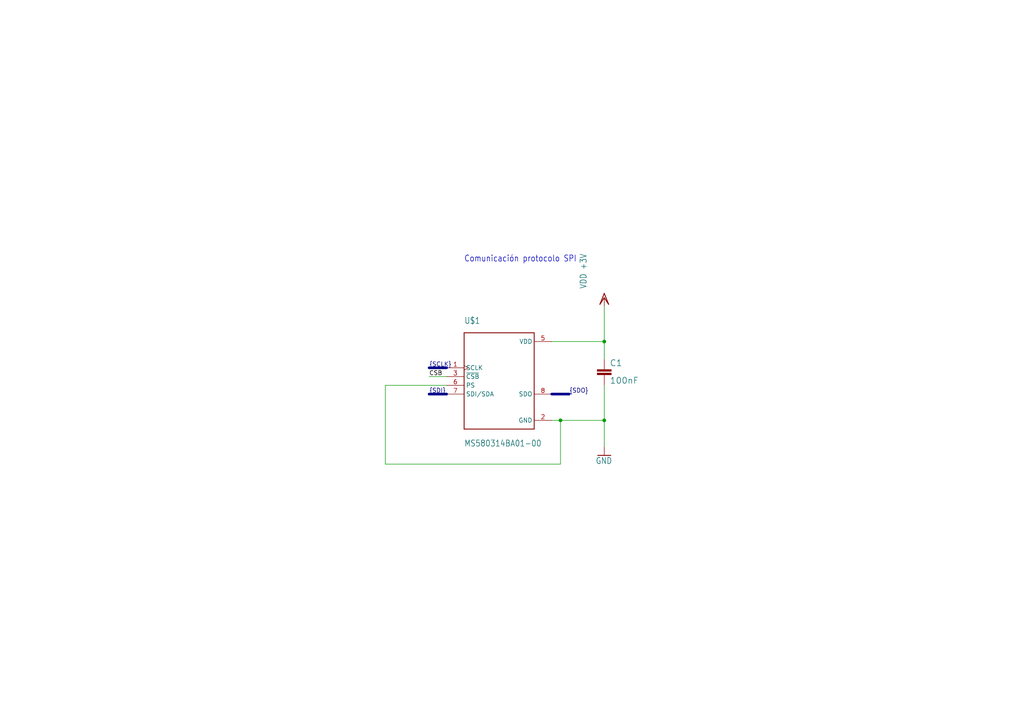
<source format=kicad_sch>
(kicad_sch
	(version 20231120)
	(generator "eeschema")
	(generator_version "8.0")
	(uuid "f3f165f0-c3fb-494c-9b02-3a802afee15f")
	(paper "A4")
	(lib_symbols
		(symbol "MS5803-01BA-eagle-import:1.0NF/1000PF-1206-2KV-10%"
			(exclude_from_sim no)
			(in_bom yes)
			(on_board yes)
			(property "Reference" "C"
				(at 1.524 2.921 0)
				(effects
					(font
						(size 1.778 1.778)
					)
					(justify left bottom)
				)
			)
			(property "Value" ""
				(at 1.524 -2.159 0)
				(effects
					(font
						(size 1.778 1.778)
					)
					(justify left bottom)
				)
			)
			(property "Footprint" "MS5803-01BA:1206"
				(at 0 0 0)
				(effects
					(font
						(size 1.27 1.27)
					)
					(hide yes)
				)
			)
			(property "Datasheet" ""
				(at 0 0 0)
				(effects
					(font
						(size 1.27 1.27)
					)
					(hide yes)
				)
			)
			(property "Description" "1nF/1,000pF ceramic capacitors\n\nA capacitor is a passive two-terminal electrical component used to store electrical energy temporarily in an electric field."
				(at 0 0 0)
				(effects
					(font
						(size 1.27 1.27)
					)
					(hide yes)
				)
			)
			(property "ki_locked" ""
				(at 0 0 0)
				(effects
					(font
						(size 1.27 1.27)
					)
				)
			)
			(symbol "1.0NF/1000PF-1206-2KV-10%_1_0"
				(rectangle
					(start -2.032 0.508)
					(end 2.032 1.016)
					(stroke
						(width 0)
						(type default)
					)
					(fill
						(type outline)
					)
				)
				(rectangle
					(start -2.032 1.524)
					(end 2.032 2.032)
					(stroke
						(width 0)
						(type default)
					)
					(fill
						(type outline)
					)
				)
				(polyline
					(pts
						(xy 0 0) (xy 0 0.508)
					)
					(stroke
						(width 0.1524)
						(type solid)
					)
					(fill
						(type none)
					)
				)
				(polyline
					(pts
						(xy 0 2.54) (xy 0 2.032)
					)
					(stroke
						(width 0.1524)
						(type solid)
					)
					(fill
						(type none)
					)
				)
				(pin passive line
					(at 0 5.08 270)
					(length 2.54)
					(name "1"
						(effects
							(font
								(size 0 0)
							)
						)
					)
					(number "1"
						(effects
							(font
								(size 0 0)
							)
						)
					)
				)
				(pin passive line
					(at 0 -2.54 90)
					(length 2.54)
					(name "2"
						(effects
							(font
								(size 0 0)
							)
						)
					)
					(number "2"
						(effects
							(font
								(size 0 0)
							)
						)
					)
				)
			)
		)
		(symbol "MS5803-01BA-eagle-import:GND"
			(power)
			(exclude_from_sim no)
			(in_bom yes)
			(on_board yes)
			(property "Reference" "#GND"
				(at 0 0 0)
				(effects
					(font
						(size 1.27 1.27)
					)
					(hide yes)
				)
			)
			(property "Value" ""
				(at -2.54 -2.54 0)
				(effects
					(font
						(size 1.778 1.5113)
					)
					(justify left bottom)
				)
			)
			(property "Footprint" ""
				(at 0 0 0)
				(effects
					(font
						(size 1.27 1.27)
					)
					(hide yes)
				)
			)
			(property "Datasheet" ""
				(at 0 0 0)
				(effects
					(font
						(size 1.27 1.27)
					)
					(hide yes)
				)
			)
			(property "Description" "SUPPLY SYMBOL"
				(at 0 0 0)
				(effects
					(font
						(size 1.27 1.27)
					)
					(hide yes)
				)
			)
			(property "ki_locked" ""
				(at 0 0 0)
				(effects
					(font
						(size 1.27 1.27)
					)
				)
			)
			(symbol "GND_1_0"
				(polyline
					(pts
						(xy -1.905 0) (xy 1.905 0)
					)
					(stroke
						(width 0.254)
						(type solid)
					)
					(fill
						(type none)
					)
				)
				(pin power_in line
					(at 0 2.54 270)
					(length 2.54)
					(name "GND"
						(effects
							(font
								(size 0 0)
							)
						)
					)
					(number "1"
						(effects
							(font
								(size 0 0)
							)
						)
					)
				)
			)
		)
		(symbol "MS5803-01BA-eagle-import:MS580314BA01-00"
			(exclude_from_sim no)
			(in_bom yes)
			(on_board yes)
			(property "Reference" ""
				(at -10.1618 15.2427 0)
				(effects
					(font
						(size 1.7783 1.5115)
					)
					(justify left bottom)
					(hide yes)
				)
			)
			(property "Value" ""
				(at -10.1651 -20.3303 0)
				(effects
					(font
						(size 1.7789 1.512)
					)
					(justify left bottom)
				)
			)
			(property "Footprint" "MS5803-01BA:XDCR_MS580314BA01-00"
				(at 0 0 0)
				(effects
					(font
						(size 1.27 1.27)
					)
					(hide yes)
				)
			)
			(property "Datasheet" ""
				(at 0 0 0)
				(effects
					(font
						(size 1.27 1.27)
					)
					(hide yes)
				)
			)
			(property "Description" "MINIATURE ALTIMETER MODULE https://pricing.snapeda.com/parts/MS580314BA01-00/Measurement%20Specialties/view-part?ref=eda Check availability"
				(at 0 0 0)
				(effects
					(font
						(size 1.27 1.27)
					)
					(hide yes)
				)
			)
			(property "ki_locked" ""
				(at 0 0 0)
				(effects
					(font
						(size 1.27 1.27)
					)
				)
			)
			(symbol "MS580314BA01-00_1_0"
				(polyline
					(pts
						(xy -10.16 -15.24) (xy -10.16 12.7)
					)
					(stroke
						(width 0.254)
						(type solid)
					)
					(fill
						(type none)
					)
				)
				(polyline
					(pts
						(xy -10.16 12.7) (xy 10.16 12.7)
					)
					(stroke
						(width 0.254)
						(type solid)
					)
					(fill
						(type none)
					)
				)
				(polyline
					(pts
						(xy 10.16 -15.24) (xy -10.16 -15.24)
					)
					(stroke
						(width 0.254)
						(type solid)
					)
					(fill
						(type none)
					)
				)
				(polyline
					(pts
						(xy 10.16 12.7) (xy 10.16 -15.24)
					)
					(stroke
						(width 0.254)
						(type solid)
					)
					(fill
						(type none)
					)
				)
				(pin input clock
					(at -15.24 2.54 0)
					(length 5.08)
					(name "SCLK"
						(effects
							(font
								(size 1.27 1.27)
							)
						)
					)
					(number "1"
						(effects
							(font
								(size 1.27 1.27)
							)
						)
					)
				)
				(pin passive line
					(at 15.24 -12.7 180)
					(length 5.08)
					(name "GND"
						(effects
							(font
								(size 1.27 1.27)
							)
						)
					)
					(number "2"
						(effects
							(font
								(size 1.27 1.27)
							)
						)
					)
				)
				(pin input line
					(at -15.24 0 0)
					(length 5.08)
					(name "~{CSB}"
						(effects
							(font
								(size 1.27 1.27)
							)
						)
					)
					(number "3"
						(effects
							(font
								(size 1.27 1.27)
							)
						)
					)
				)
				(pin power_in line
					(at 15.24 10.16 180)
					(length 5.08)
					(name "VDD"
						(effects
							(font
								(size 1.27 1.27)
							)
						)
					)
					(number "5"
						(effects
							(font
								(size 1.27 1.27)
							)
						)
					)
				)
				(pin input line
					(at -15.24 -2.54 0)
					(length 5.08)
					(name "PS"
						(effects
							(font
								(size 1.27 1.27)
							)
						)
					)
					(number "6"
						(effects
							(font
								(size 1.27 1.27)
							)
						)
					)
				)
				(pin input line
					(at -15.24 -5.08 0)
					(length 5.08)
					(name "SDI/SDA"
						(effects
							(font
								(size 1.27 1.27)
							)
						)
					)
					(number "7"
						(effects
							(font
								(size 1.27 1.27)
							)
						)
					)
				)
				(pin output line
					(at 15.24 -5.08 180)
					(length 5.08)
					(name "SDO"
						(effects
							(font
								(size 1.27 1.27)
							)
						)
					)
					(number "8"
						(effects
							(font
								(size 1.27 1.27)
							)
						)
					)
				)
			)
		)
		(symbol "MS5803-01BA-eagle-import:VDD"
			(power)
			(exclude_from_sim no)
			(in_bom yes)
			(on_board yes)
			(property "Reference" "#VDD"
				(at 0 0 0)
				(effects
					(font
						(size 1.27 1.27)
					)
					(hide yes)
				)
			)
			(property "Value" ""
				(at -2.54 -2.54 90)
				(effects
					(font
						(size 1.778 1.5113)
					)
					(justify left bottom)
				)
			)
			(property "Footprint" ""
				(at 0 0 0)
				(effects
					(font
						(size 1.27 1.27)
					)
					(hide yes)
				)
			)
			(property "Datasheet" ""
				(at 0 0 0)
				(effects
					(font
						(size 1.27 1.27)
					)
					(hide yes)
				)
			)
			(property "Description" "SUPPLY SYMBOL"
				(at 0 0 0)
				(effects
					(font
						(size 1.27 1.27)
					)
					(hide yes)
				)
			)
			(property "ki_locked" ""
				(at 0 0 0)
				(effects
					(font
						(size 1.27 1.27)
					)
				)
			)
			(symbol "VDD_1_0"
				(polyline
					(pts
						(xy 0 0) (xy -1.27 -1.905)
					)
					(stroke
						(width 0.254)
						(type solid)
					)
					(fill
						(type none)
					)
				)
				(polyline
					(pts
						(xy 0 1.27) (xy -1.27 -1.905)
					)
					(stroke
						(width 0.254)
						(type solid)
					)
					(fill
						(type none)
					)
				)
				(polyline
					(pts
						(xy 1.27 -1.905) (xy 0 0)
					)
					(stroke
						(width 0.254)
						(type solid)
					)
					(fill
						(type none)
					)
				)
				(polyline
					(pts
						(xy 1.27 -1.905) (xy 0 1.27)
					)
					(stroke
						(width 0.254)
						(type solid)
					)
					(fill
						(type none)
					)
				)
				(pin power_in line
					(at 0 -2.54 90)
					(length 2.54)
					(name "VDD"
						(effects
							(font
								(size 0 0)
							)
						)
					)
					(number "1"
						(effects
							(font
								(size 0 0)
							)
						)
					)
				)
			)
		)
	)
	(junction
		(at 175.26 99.06)
		(diameter 0)
		(color 0 0 0 0)
		(uuid "298e025b-497d-4248-940e-b3f467befed4")
	)
	(junction
		(at 175.26 121.92)
		(diameter 0)
		(color 0 0 0 0)
		(uuid "b84dc46e-9cef-47f2-92c0-d55b8ec5af57")
	)
	(junction
		(at 162.56 121.92)
		(diameter 0)
		(color 0 0 0 0)
		(uuid "e069b61e-f1ef-4d3c-92e7-d42b699995ca")
	)
	(wire
		(pts
			(xy 160.02 121.92) (xy 162.56 121.92)
		)
		(stroke
			(width 0.1524)
			(type solid)
		)
		(uuid "17ace2be-df00-49fb-9d71-490bec8e3f46")
	)
	(wire
		(pts
			(xy 129.54 109.22) (xy 124.46 109.22)
		)
		(stroke
			(width 0.1524)
			(type solid)
		)
		(uuid "3743685f-5cdc-4eed-b798-4f2e39f8c2fa")
	)
	(wire
		(pts
			(xy 175.26 121.92) (xy 175.26 129.54)
		)
		(stroke
			(width 0.1524)
			(type solid)
		)
		(uuid "391085f9-7753-4955-8b13-2e57d33fdebc")
	)
	(bus
		(pts
			(xy 129.54 114.3) (xy 124.46 114.3)
		)
		(stroke
			(width 0.762)
			(type solid)
		)
		(uuid "3f879f29-3afb-4e2e-a409-3c97d2cc84ce")
	)
	(wire
		(pts
			(xy 175.26 111.76) (xy 175.26 121.92)
		)
		(stroke
			(width 0.1524)
			(type solid)
		)
		(uuid "426fad4e-1b64-486c-9199-ab81fceaa1cd")
	)
	(bus
		(pts
			(xy 129.54 106.68) (xy 124.46 106.68)
		)
		(stroke
			(width 0.762)
			(type solid)
		)
		(uuid "529899b3-0cfb-406c-83a6-999193ee86b3")
	)
	(wire
		(pts
			(xy 111.76 134.62) (xy 162.56 134.62)
		)
		(stroke
			(width 0.1524)
			(type solid)
		)
		(uuid "8587abab-4362-4d65-82ad-651bd222b942")
	)
	(bus
		(pts
			(xy 160.02 114.3) (xy 165.1 114.3)
		)
		(stroke
			(width 0.762)
			(type solid)
		)
		(uuid "972adc96-57bd-4478-a91a-7bf133a380a8")
	)
	(wire
		(pts
			(xy 175.26 88.9) (xy 175.26 99.06)
		)
		(stroke
			(width 0.1524)
			(type solid)
		)
		(uuid "97f505a7-37b1-46c7-aada-81c4465ec3dc")
	)
	(wire
		(pts
			(xy 175.26 99.06) (xy 175.26 104.14)
		)
		(stroke
			(width 0.1524)
			(type solid)
		)
		(uuid "9dc86f2b-c5a5-4621-b180-93150e279841")
	)
	(wire
		(pts
			(xy 160.02 99.06) (xy 175.26 99.06)
		)
		(stroke
			(width 0.1524)
			(type solid)
		)
		(uuid "a1d089ca-14a3-4caf-9c94-5f725f278a4f")
	)
	(wire
		(pts
			(xy 162.56 134.62) (xy 162.56 121.92)
		)
		(stroke
			(width 0.1524)
			(type solid)
		)
		(uuid "aea3569c-b2a5-4dc9-bc30-3c3d74f0ff98")
	)
	(wire
		(pts
			(xy 111.76 111.76) (xy 111.76 134.62)
		)
		(stroke
			(width 0.1524)
			(type solid)
		)
		(uuid "c2fb46c0-64cb-425f-a943-0f329dddca47")
	)
	(wire
		(pts
			(xy 129.54 111.76) (xy 111.76 111.76)
		)
		(stroke
			(width 0.1524)
			(type solid)
		)
		(uuid "d3304bc4-9e8e-406a-94eb-e2b9fb64954a")
	)
	(wire
		(pts
			(xy 162.56 121.92) (xy 175.26 121.92)
		)
		(stroke
			(width 0.1524)
			(type solid)
		)
		(uuid "d6071a34-f662-4464-a372-e74a23c49de3")
	)
	(text "Comunicación protocolo SPI"
		(exclude_from_sim no)
		(at 134.62 76.2 0)
		(effects
			(font
				(size 1.778 1.5113)
			)
			(justify left bottom)
		)
		(uuid "2b54b70b-a982-4804-a32f-05439efa58e9")
	)
	(label "{SDO}"
		(at 165.1 114.3 0)
		(effects
			(font
				(size 1.2446 1.2446)
			)
			(justify left bottom)
		)
		(uuid "4d77f9e2-2d5e-44f3-a522-69436dcb89a2")
	)
	(label "CSB"
		(at 124.46 109.22 0)
		(effects
			(font
				(size 1.2446 1.2446)
			)
			(justify left bottom)
		)
		(uuid "8f0703fa-80e4-4420-b3e4-2909b05c07dc")
	)
	(label "{SCLK}"
		(at 124.46 106.68 0)
		(effects
			(font
				(size 1.2446 1.2446)
			)
			(justify left bottom)
		)
		(uuid "96e4abc5-9abc-4bde-a107-5c6a2fe72b77")
	)
	(label "{SDI}"
		(at 124.46 114.3 0)
		(effects
			(font
				(size 1.2446 1.2446)
			)
			(justify left bottom)
		)
		(uuid "96f216c2-5b5c-4b20-b1f7-da82e6325fb8")
	)
	(symbol
		(lib_id "MS5803-01BA-eagle-import:GND")
		(at 175.26 132.08 0)
		(unit 1)
		(exclude_from_sim no)
		(in_bom yes)
		(on_board yes)
		(dnp no)
		(uuid "5190fba5-65f5-4dd1-b84e-3b3dbc5f2147")
		(property "Reference" "#GND1"
			(at 175.26 132.08 0)
			(effects
				(font
					(size 1.27 1.27)
				)
				(hide yes)
			)
		)
		(property "Value" "GND"
			(at 172.72 134.62 0)
			(effects
				(font
					(size 1.778 1.5113)
				)
				(justify left bottom)
			)
		)
		(property "Footprint" ""
			(at 175.26 132.08 0)
			(effects
				(font
					(size 1.27 1.27)
				)
				(hide yes)
			)
		)
		(property "Datasheet" ""
			(at 175.26 132.08 0)
			(effects
				(font
					(size 1.27 1.27)
				)
				(hide yes)
			)
		)
		(property "Description" ""
			(at 175.26 132.08 0)
			(effects
				(font
					(size 1.27 1.27)
				)
				(hide yes)
			)
		)
		(pin "1"
			(uuid "b161c3b8-8e04-4e67-9c8b-d7d8f44aa622")
		)
		(instances
			(project ""
				(path "/f3f165f0-c3fb-494c-9b02-3a802afee15f"
					(reference "#GND1")
					(unit 1)
				)
			)
		)
	)
	(symbol
		(lib_id "MS5803-01BA-eagle-import:VDD")
		(at 175.26 86.36 0)
		(unit 1)
		(exclude_from_sim no)
		(in_bom yes)
		(on_board yes)
		(dnp no)
		(uuid "7b80a00c-e8e3-4d51-8d19-7e9e68a1caca")
		(property "Reference" "#VDD1"
			(at 175.26 86.36 0)
			(effects
				(font
					(size 1.27 1.27)
				)
				(hide yes)
			)
		)
		(property "Value" "VDD +3V"
			(at 170.18 83.82 90)
			(effects
				(font
					(size 1.778 1.5113)
				)
				(justify left bottom)
			)
		)
		(property "Footprint" ""
			(at 175.26 86.36 0)
			(effects
				(font
					(size 1.27 1.27)
				)
				(hide yes)
			)
		)
		(property "Datasheet" ""
			(at 175.26 86.36 0)
			(effects
				(font
					(size 1.27 1.27)
				)
				(hide yes)
			)
		)
		(property "Description" ""
			(at 175.26 86.36 0)
			(effects
				(font
					(size 1.27 1.27)
				)
				(hide yes)
			)
		)
		(pin "1"
			(uuid "8d7cb803-1941-42c9-a6d5-46d3eb5f5bec")
		)
		(instances
			(project ""
				(path "/f3f165f0-c3fb-494c-9b02-3a802afee15f"
					(reference "#VDD1")
					(unit 1)
				)
			)
		)
	)
	(symbol
		(lib_id "MS5803-01BA-eagle-import:MS580314BA01-00")
		(at 144.78 109.22 0)
		(unit 1)
		(exclude_from_sim no)
		(in_bom yes)
		(on_board yes)
		(dnp no)
		(uuid "b4e3c9c5-fc45-4e95-af2b-71d745b2a449")
		(property "Reference" "U$1"
			(at 134.6182 93.9773 0)
			(effects
				(font
					(size 1.7783 1.5115)
				)
				(justify left bottom)
			)
		)
		(property "Value" "MS580314BA01-00"
			(at 134.6149 129.5503 0)
			(effects
				(font
					(size 1.7789 1.512)
				)
				(justify left bottom)
			)
		)
		(property "Footprint" "MS5803-01BA:XDCR_MS580314BA01-00"
			(at 144.78 109.22 0)
			(effects
				(font
					(size 1.27 1.27)
				)
				(hide yes)
			)
		)
		(property "Datasheet" ""
			(at 144.78 109.22 0)
			(effects
				(font
					(size 1.27 1.27)
				)
				(hide yes)
			)
		)
		(property "Description" ""
			(at 144.78 109.22 0)
			(effects
				(font
					(size 1.27 1.27)
				)
				(hide yes)
			)
		)
		(pin "5"
			(uuid "78a92820-a3c9-402b-a15a-82c438a669a0")
		)
		(pin "6"
			(uuid "ca13daf6-2d32-47e7-8713-1c6807d9d7e5")
		)
		(pin "7"
			(uuid "abcee99b-535d-4db3-8d98-58db471bc1f8")
		)
		(pin "8"
			(uuid "987108e7-815c-42d2-83bb-8e005094af31")
		)
		(pin "1"
			(uuid "ddc4baa2-f79c-4453-b283-a14181ce01d6")
		)
		(pin "2"
			(uuid "6cf24ddc-cc11-4eea-bbbf-5f14d45d3b81")
		)
		(pin "3"
			(uuid "e0722e12-d396-46f6-8952-dfb975161b40")
		)
		(instances
			(project ""
				(path "/f3f165f0-c3fb-494c-9b02-3a802afee15f"
					(reference "U$1")
					(unit 1)
				)
			)
		)
	)
	(symbol
		(lib_id "MS5803-01BA-eagle-import:1.0NF/1000PF-1206-2KV-10%")
		(at 175.26 109.22 0)
		(unit 1)
		(exclude_from_sim no)
		(in_bom yes)
		(on_board yes)
		(dnp no)
		(uuid "f045a1b3-011c-4b20-bd4a-b2a30f33b6f0")
		(property "Reference" "C1"
			(at 176.784 106.299 0)
			(effects
				(font
					(size 1.778 1.778)
				)
				(justify left bottom)
			)
		)
		(property "Value" "100nF"
			(at 176.784 111.379 0)
			(effects
				(font
					(size 1.778 1.778)
				)
				(justify left bottom)
			)
		)
		(property "Footprint" "MS5803-01BA:1206"
			(at 175.26 109.22 0)
			(effects
				(font
					(size 1.27 1.27)
				)
				(hide yes)
			)
		)
		(property "Datasheet" ""
			(at 175.26 109.22 0)
			(effects
				(font
					(size 1.27 1.27)
				)
				(hide yes)
			)
		)
		(property "Description" ""
			(at 175.26 109.22 0)
			(effects
				(font
					(size 1.27 1.27)
				)
				(hide yes)
			)
		)
		(pin "1"
			(uuid "591c03f7-3744-4d58-8412-d99bad72932e")
		)
		(pin "2"
			(uuid "713d3f22-f252-4757-8159-2ab3f9c30b0d")
		)
		(instances
			(project ""
				(path "/f3f165f0-c3fb-494c-9b02-3a802afee15f"
					(reference "C1")
					(unit 1)
				)
			)
		)
	)
	(sheet_instances
		(path "/"
			(page "1")
		)
	)
)

</source>
